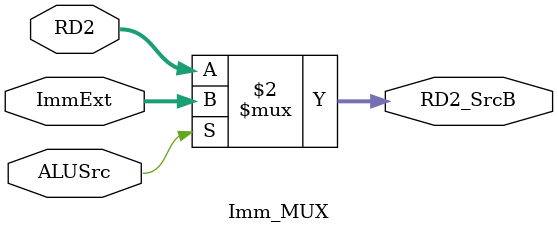
<source format=v>
module Imm_MUX #(parameter width = 32)
(
input wire [width - 1 : 0] RD2,
input wire [width - 1 : 0] ImmExt,
input wire                 ALUSrc,

output wire [width - 1 : 0] RD2_SrcB
);

assign RD2_SrcB = (ALUSrc == 1) ? ImmExt : RD2;

endmodule
</source>
